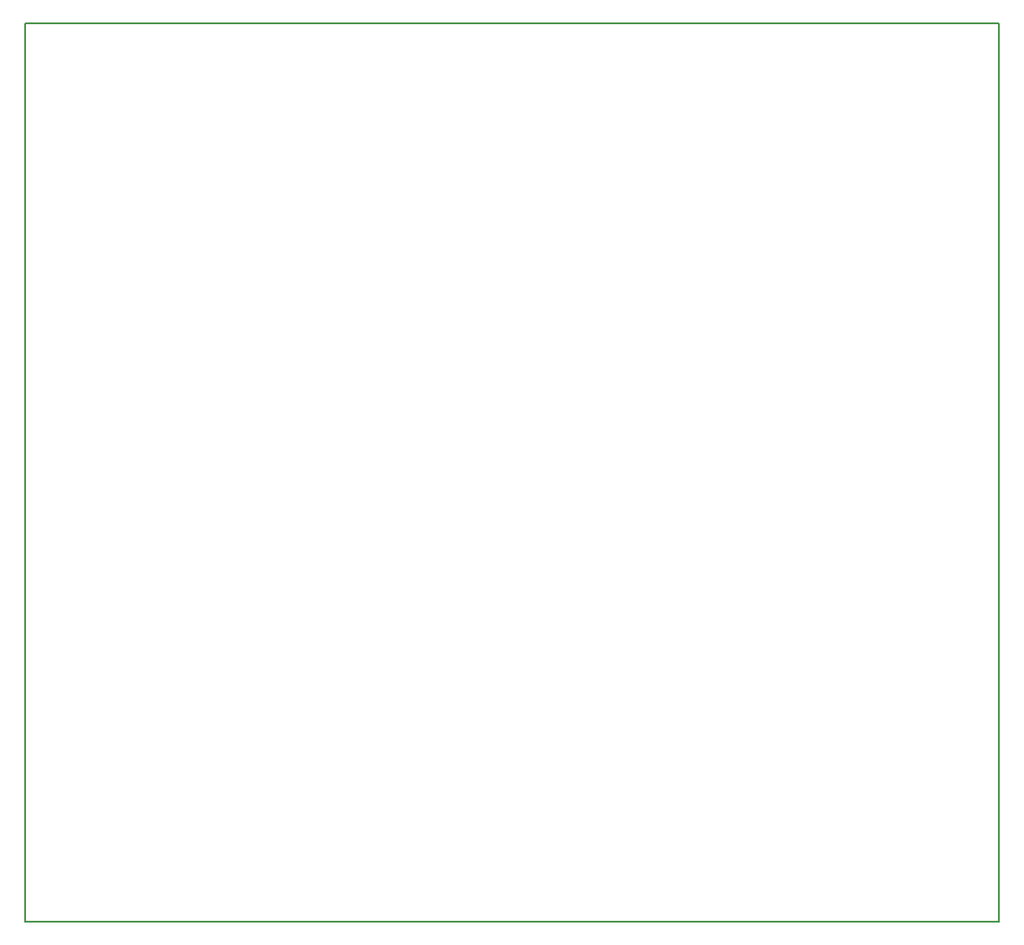
<source format=gbo>
G04 MADE WITH FRITZING*
G04 WWW.FRITZING.ORG*
G04 DOUBLE SIDED*
G04 HOLES PLATED*
G04 CONTOUR ON CENTER OF CONTOUR VECTOR*
%ASAXBY*%
%FSLAX23Y23*%
%MOIN*%
%OFA0B0*%
%SFA1.0B1.0*%
%ADD10R,3.622050X3.346460X3.606050X3.330460*%
%ADD11C,0.008000*%
%LNSILK0*%
G90*
G70*
G54D11*
X4Y3342D02*
X3618Y3342D01*
X3618Y4D01*
X4Y4D01*
X4Y3342D01*
D02*
G04 End of Silk0*
M02*
</source>
